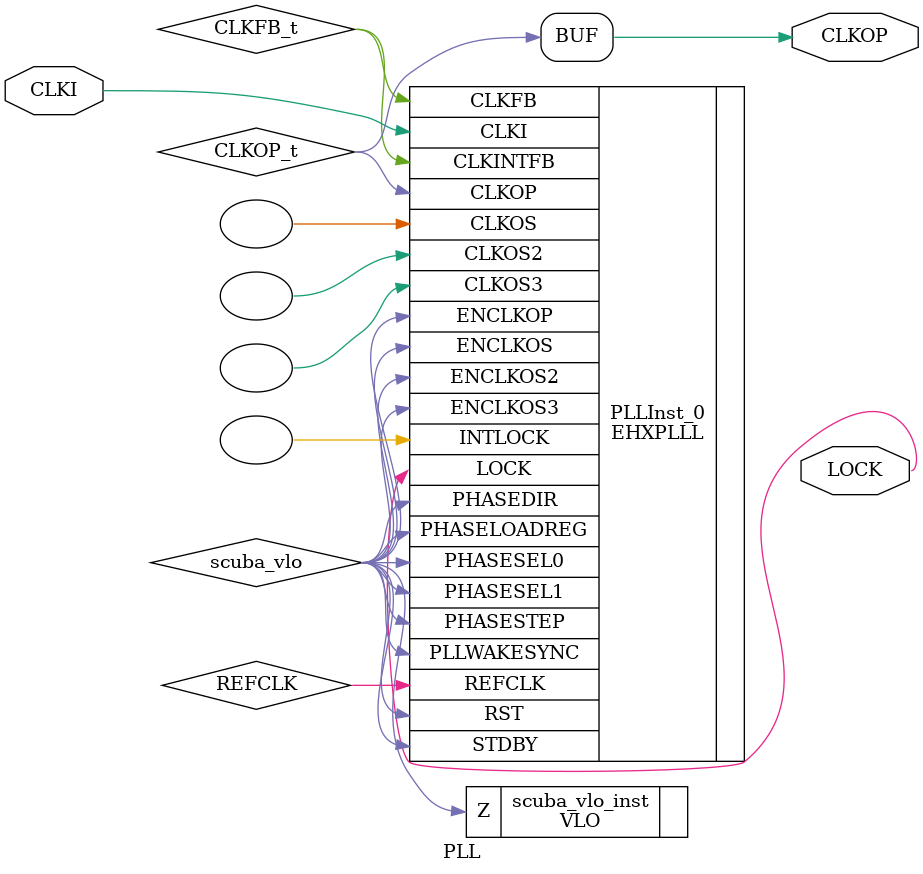
<source format=v>
/* Verilog netlist generated by SCUBA Diamond (64-bit) 3.10.2.115 */
/* Module Version: 5.7 */
/* D:\lscc\diamond\3.10_x64\ispfpga\bin\nt64\scuba.exe -w -n PLL -lang verilog -synth lse -bus_exp 7 -bb -arch sa5p00 -type pll -fin 53.00 -fclkop 106 -fclkop_tol 0.0 -phase_cntl STATIC -lock -fb_mode 5 -fdc D:/Work/nut2nt-lattice/nuts2_framer/PLL/PLL.fdc  */
/* Thu Jul 04 17:14:59 2019 */


`timescale 1 ns / 1 ps
module PLL (CLKI, CLKOP, LOCK)/* synthesis NGD_DRC_MASK=1 */;
    input wire CLKI;
    output wire CLKOP;
    output wire LOCK;

    wire REFCLK;
    wire CLKOP_t;
    wire CLKFB_t;
    wire scuba_vhi;
    wire scuba_vlo;

    VHI scuba_vhi_inst (.Z(scuba_vhi));

    VLO scuba_vlo_inst (.Z(scuba_vlo));

    defparam PLLInst_0.PLLRST_ENA = "DISABLED" ;
    defparam PLLInst_0.INTFB_WAKE = "DISABLED" ;
    defparam PLLInst_0.STDBY_ENABLE = "DISABLED" ;
    defparam PLLInst_0.DPHASE_SOURCE = "DISABLED" ;
    defparam PLLInst_0.CLKOS3_FPHASE = 0 ;
    defparam PLLInst_0.CLKOS3_CPHASE = 0 ;
    defparam PLLInst_0.CLKOS2_FPHASE = 0 ;
    defparam PLLInst_0.CLKOS2_CPHASE = 0 ;
    defparam PLLInst_0.CLKOS_FPHASE = 0 ;
    defparam PLLInst_0.CLKOS_CPHASE = 0 ;
    defparam PLLInst_0.CLKOP_FPHASE = 0 ;
    defparam PLLInst_0.CLKOP_CPHASE = 5 ;
    defparam PLLInst_0.PLL_LOCK_MODE = 0 ;
    defparam PLLInst_0.CLKOS_TRIM_DELAY = 0 ;
    defparam PLLInst_0.CLKOS_TRIM_POL = "FALLING" ;
    defparam PLLInst_0.CLKOP_TRIM_DELAY = 0 ;
    defparam PLLInst_0.CLKOP_TRIM_POL = "FALLING" ;
    defparam PLLInst_0.OUTDIVIDER_MUXD = "DIVD" ;
    defparam PLLInst_0.CLKOS3_ENABLE = "DISABLED" ;
    defparam PLLInst_0.OUTDIVIDER_MUXC = "DIVC" ;
    defparam PLLInst_0.CLKOS2_ENABLE = "DISABLED" ;
    defparam PLLInst_0.OUTDIVIDER_MUXB = "DIVB" ;
    defparam PLLInst_0.CLKOS_ENABLE = "DISABLED" ;
    defparam PLLInst_0.OUTDIVIDER_MUXA = "DIVA" ;
    defparam PLLInst_0.CLKOP_ENABLE = "ENABLED" ;
    defparam PLLInst_0.CLKOS3_DIV = 1 ;
    defparam PLLInst_0.CLKOS2_DIV = 1 ;
    defparam PLLInst_0.CLKOS_DIV = 1 ;
    defparam PLLInst_0.CLKOP_DIV = 6 ;
    defparam PLLInst_0.CLKFB_DIV = 2 ;
    defparam PLLInst_0.CLKI_DIV = 1 ;
    defparam PLLInst_0.FEEDBK_PATH = "INT_OP" ;
    EHXPLLL PLLInst_0 (.CLKI(CLKI), .CLKFB(CLKFB_t), .PHASESEL1(scuba_vlo), 
        .PHASESEL0(scuba_vlo), .PHASEDIR(scuba_vlo), .PHASESTEP(scuba_vlo), 
        .PHASELOADREG(scuba_vlo), .STDBY(scuba_vlo), .PLLWAKESYNC(scuba_vlo), 
        .RST(scuba_vlo), .ENCLKOP(scuba_vlo), .ENCLKOS(scuba_vlo), .ENCLKOS2(scuba_vlo), 
        .ENCLKOS3(scuba_vlo), .CLKOP(CLKOP_t), .CLKOS(), .CLKOS2(), .CLKOS3(), 
        .LOCK(LOCK), .INTLOCK(), .REFCLK(REFCLK), .CLKINTFB(CLKFB_t))
             /* synthesis FREQUENCY_PIN_CLKOP="106.000000" */
             /* synthesis FREQUENCY_PIN_CLKI="53.000000" */
             /* synthesis ICP_CURRENT="12" */
             /* synthesis LPF_RESISTOR="8" */;

    assign CLKOP = CLKOP_t;


    // exemplar begin
    // exemplar attribute PLLInst_0 FREQUENCY_PIN_CLKOP 106.000000
    // exemplar attribute PLLInst_0 FREQUENCY_PIN_CLKI 53.000000
    // exemplar attribute PLLInst_0 ICP_CURRENT 12
    // exemplar attribute PLLInst_0 LPF_RESISTOR 8
    // exemplar end

endmodule

</source>
